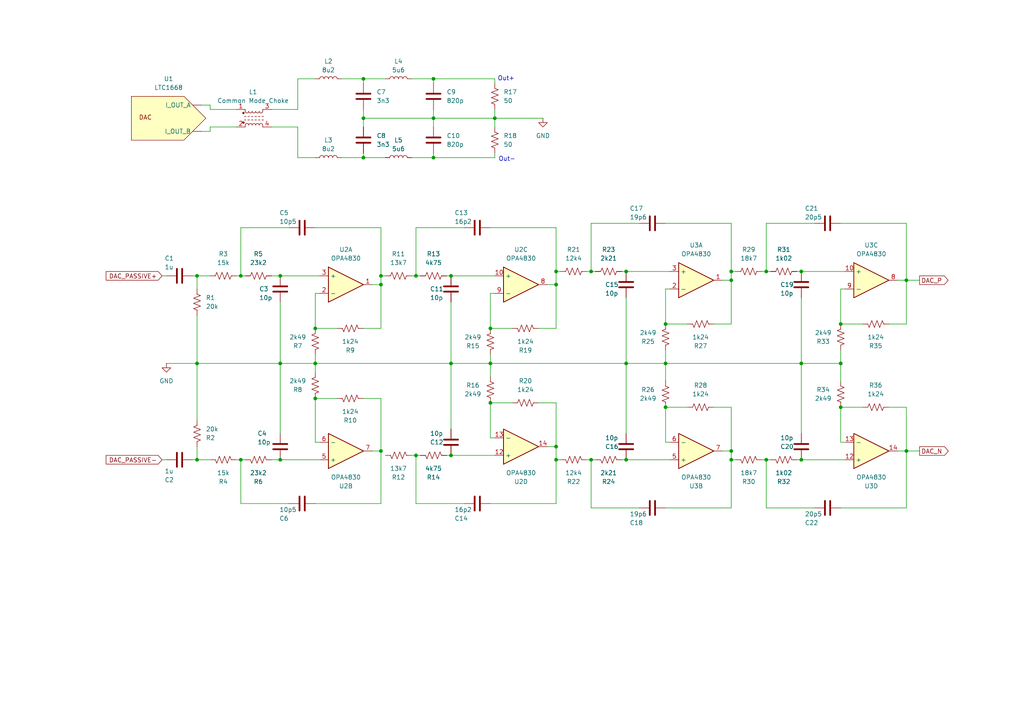
<source format=kicad_sch>
(kicad_sch (version 20231120) (generator "eeschema") (generator_version "8.0")
  (paper "A4")
  (lib_symbols
    (symbol "Device:C" (pin_numbers hide) (pin_names (offset 0.254))
      (property "Reference" "C" (at 0.635 2.54 0))
      (property "Value" "C" (at 0.635 -2.54 0))
      (symbol "C_0_1"
        (polyline (pts (xy -2.032 -0.762) (xy 2.032 -0.762)) (stroke (width 0.508)))
        (polyline (pts (xy -2.032 0.762) (xy 2.032 0.762)) (stroke (width 0.508)))
      )
      (symbol "C_1_1"
        (pin passive line (at 0 3.81 270) (length 2.794) (name "~") (number "1"))
        (pin passive line (at 0 -3.81 90) (length 2.794) (name "~") (number "2"))
      )
    )
    (symbol "Device:L" (pin_numbers hide) (pin_names (offset 1.016) hide)
      (property "Reference" "L" (at -1.27 0 90))
      (property "Value" "L" (at 1.905 0 90))
      (symbol "L_0_1"
        (arc (start 0 -2.54) (mid 0.6323 -1.905) (end 0 -1.27))
        (arc (start 0 -1.27) (mid 0.6323 -0.635) (end 0 0))
        (arc (start 0 0) (mid 0.6323 0.635) (end 0 1.27))
        (arc (start 0 1.27) (mid 0.6323 1.905) (end 0 2.54))
      )
      (symbol "L_1_1"
        (pin passive line (at 0 3.81 270) (length 1.27) (name "1") (number "1"))
        (pin passive line (at 0 -3.81 90) (length 1.27) (name "2") (number "2"))
      )
    )
    (symbol "Device:L_Ferrite_Coupled_1324" (pin_names (offset 0.254) hide)
      (property "Reference" "L" (at 0 4.445 0))
      (property "Value" "L_Ferrite_Coupled_1324" (at 0 -4.445 0))
      (symbol "L_Ferrite_Coupled_1324_0_1"
        (circle (center -3.048 -1.27) (radius 0.254) (fill (type outline)))
        (circle (center -3.048 1.524) (radius 0.254) (fill (type outline)))
        (arc (start -2.54 2.032) (mid -2.032 1.5262) (end -1.524 2.032))
        (arc (start -1.524 -2.032) (mid -2.032 -1.5262) (end -2.54 -2.032))
        (arc (start -1.524 2.032) (mid -1.016 1.5262) (end -0.508 2.032))
        (arc (start -0.508 -2.032) (mid -1.016 -1.5262) (end -1.524 -2.032))
        (arc (start -0.508 2.032) (mid 0 1.5262) (end 0.508 2.032))
        (polyline (pts (xy -2.794 -0.508) (xy -2.286 -0.508)))
        (polyline (pts (xy -2.794 0.508) (xy -2.286 0.508)))
        (polyline (pts (xy -2.54 -2.032) (xy -2.54 -2.54)))
        (polyline (pts (xy -2.54 2.032) (xy -2.54 2.54)))
        (polyline (pts (xy -1.778 -0.508) (xy -1.27 -0.508)))
        (polyline (pts (xy -1.778 0.508) (xy -1.27 0.508)))
        (polyline (pts (xy -0.762 -0.508) (xy -0.254 -0.508)))
        (polyline (pts (xy -0.762 0.508) (xy -0.254 0.508)))
        (polyline (pts (xy 0.254 -0.508) (xy 0.762 -0.508)))
        (polyline (pts (xy 0.254 0.508) (xy 0.762 0.508)))
        (polyline (pts (xy 1.27 -0.508) (xy 1.778 -0.508)))
        (polyline (pts (xy 1.27 0.508) (xy 1.778 0.508)))
        (polyline (pts (xy 2.286 -0.508) (xy 2.794 -0.508)))
        (polyline (pts (xy 2.286 0.508) (xy 2.794 0.508)))
        (polyline (pts (xy 2.54 -2.032) (xy 2.54 -2.54)))
        (polyline (pts (xy 2.54 2.54) (xy 2.54 2.032)))
        (arc (start 0.508 -2.032) (mid 0 -1.5262) (end -0.508 -2.032))
        (arc (start 0.508 2.032) (mid 1.016 1.5262) (end 1.524 2.032))
        (arc (start 1.524 -2.032) (mid 1.016 -1.5262) (end 0.508 -2.032))
        (arc (start 1.524 2.032) (mid 2.032 1.5262) (end 2.54 2.032))
        (arc (start 2.54 -2.032) (mid 2.032 -1.5262) (end 1.524 -2.032))
      )
      (symbol "L_Ferrite_Coupled_1324_1_1"
        (pin passive line (at -5.08 2.54 0) (length 2.54) (name "1") (number "1"))
        (pin passive line (at -5.08 -2.54 0) (length 2.54) (name "2") (number "2"))
        (pin passive line (at 5.08 2.54 180) (length 2.54) (name "3") (number "3"))
        (pin passive line (at 5.08 -2.54 180) (length 2.54) (name "4") (number "4"))
      )
    )
    (symbol "Device:Opamp_Quad"
      (property "Reference" "U" (at 0 5.08 0))
      (property "Value" "Opamp_Quad" (at 0 -5.08 0))
      (symbol "Opamp_Quad_1_1"
        (polyline (pts (xy -5.08 5.08) (xy 5.08 0) (xy -5.08 -5.08) (xy -5.08 5.08)) (stroke (width 0.254)) (fill (type background)))
        (pin output line (at 7.62 0 180) (length 2.54) (name "~") (number "1"))
        (pin input line (at -7.62 -2.54 0) (length 2.54) (name "-") (number "2"))
        (pin input line (at -7.62 2.54 0) (length 2.54) (name "+") (number "3"))
      )
      (symbol "Opamp_Quad_2_1"
        (polyline (pts (xy -5.08 5.08) (xy 5.08 0) (xy -5.08 -5.08) (xy -5.08 5.08)) (stroke (width 0.254)) (fill (type background)))
        (pin input line (at -7.62 2.54 0) (length 2.54) (name "+") (number "5"))
        (pin input line (at -7.62 -2.54 0) (length 2.54) (name "-") (number "6"))
        (pin output line (at 7.62 0 180) (length 2.54) (name "~") (number "7"))
      )
      (symbol "Opamp_Quad_3_1"
        (polyline (pts (xy -5.08 5.08) (xy 5.08 0) (xy -5.08 -5.08) (xy -5.08 5.08)) (stroke (width 0.254)) (fill (type background)))
        (pin input line (at -7.62 2.54 0) (length 2.54) (name "+") (number "10"))
        (pin output line (at 7.62 0 180) (length 2.54) (name "~") (number "8"))
        (pin input line (at -7.62 -2.54 0) (length 2.54) (name "-") (number "9"))
      )
      (symbol "Opamp_Quad_4_1"
        (polyline (pts (xy -5.08 5.08) (xy 5.08 0) (xy -5.08 -5.08) (xy -5.08 5.08)) (stroke (width 0.254)) (fill (type background)))
        (pin input line (at -7.62 2.54 0) (length 2.54) (name "+") (number "12"))
        (pin input line (at -7.62 -2.54 0) (length 2.54) (name "-") (number "13"))
        (pin output line (at 7.62 0 180) (length 2.54) (name "~") (number "14"))
      )
      (symbol "Opamp_Quad_5_1"
        (pin power_in line (at -2.54 -7.62 90) (length 3.81) (name "V-") (number "11"))
        (pin power_in line (at -2.54 7.62 270) (length 3.81) (name "V+") (number "4"))
      )
    )
    (symbol "Device:R_US" (pin_numbers hide) (pin_names (offset 0))
      (property "Reference" "R" (at 2.54 0 90))
      (property "Value" "R_US" (at -2.54 0 90))
      (symbol "R_US_0_1"
        (polyline (pts (xy 0 -2.286) (xy 0 -2.54)))
        (polyline (pts (xy 0 2.286) (xy 0 2.54)))
        (polyline (pts (xy 0 -0.762) (xy 1.016 -1.143) (xy 0 -1.524) (xy -1.016 -1.905) (xy 0 -2.286)))
        (polyline (pts (xy 0 0.762) (xy 1.016 0.381) (xy 0 0) (xy -1.016 -0.381) (xy 0 -0.762)))
        (polyline (pts (xy 0 2.286) (xy 1.016 1.905) (xy 0 1.524) (xy -1.016 1.143) (xy 0 0.762)))
      )
      (symbol "R_US_1_1"
        (pin passive line (at 0 3.81 270) (length 1.27) (name "~") (number "1"))
        (pin passive line (at 0 -3.81 90) (length 1.27) (name "~") (number "2"))
      )
    )
    (symbol "JFT_DAC:LTC1668"
      (property "Reference" "U" (at 0 0 0))
      (property "Value" "LTC1668" (at 0 0 0))
      (symbol "LTC1668_1_1"
        (polyline (pts (xy 11.43 -6.35) (xy 13.97 -8.89) (xy 11.43 -11.43) (xy 7.62 -15.24) (xy -7.62 -15.24) (xy -7.62 -3.81) (xy -7.62 -2.54) (xy 7.62 -2.54) (xy 11.43 -6.35)) (fill (type background)))
        (text "DAC" (at -3.556 -8.636 0) (effects (font (size 1.27 1.27))))
        (pin output line (at 12.7 -5.08 180) (length 2.54) (name "I_OUT_A") (number ""))
        (pin output line (at 12.7 -12.7 180) (length 2.54) (name "I_OUT_B") (number ""))
      )
    )
    (symbol "power:GND" (power) (pin_numbers hide) (pin_names (offset 0) hide)
      (property "Value" "GND" (at 0 -3.81 0))
      (symbol "GND_0_1"
        (polyline (pts (xy 0 0) (xy 0 -1.27) (xy 1.27 -1.27) (xy 0 -2.54) (xy -1.27 -1.27) (xy 0 -1.27)))
      )
      (symbol "GND_1_1"
        (pin power_in line (at 0 0 270) (length 0) (name "~") (number "1"))
      )
    )
  )
  (junction (at 110.49 80.01))
  (junction (at 69.85 80.01))
  (junction (at 222.25 133.35))
  (junction (at 161.29 129.54))
  (junction (at 161.29 78.74))
  (junction (at 105.41 22.86))
  (junction (at 161.29 133.35))
  (junction (at 243.84 118.11))
  (junction (at 181.61 105.41))
  (junction (at 57.15 133.35))
  (junction (at 262.89 130.81))
  (junction (at 181.61 78.74))
  (junction (at 125.73 22.86))
  (junction (at 57.15 80.01))
  (junction (at 91.44 115.57))
  (junction (at 232.41 133.35))
  (junction (at 69.85 133.35))
  (junction (at 243.84 93.98))
  (junction (at 181.61 133.35))
  (junction (at 142.24 105.41))
  (junction (at 212.09 133.35))
  (junction (at 110.49 130.81))
  (junction (at 81.28 133.35))
  (junction (at 222.25 78.74))
  (junction (at 142.24 116.84))
  (junction (at 193.04 118.11))
  (junction (at 262.89 81.28))
  (junction (at 212.09 81.28))
  (junction (at 125.73 45.72))
  (junction (at 142.24 95.25))
  (junction (at 130.81 132.08))
  (junction (at 81.28 80.01))
  (junction (at 130.81 80.01))
  (junction (at 212.09 78.74))
  (junction (at 120.65 80.01))
  (junction (at 193.04 105.41))
  (junction (at 243.84 105.41))
  (junction (at 212.09 130.81))
  (junction (at 110.49 82.55))
  (junction (at 105.41 45.72))
  (junction (at 161.29 82.55))
  (junction (at 125.73 34.29))
  (junction (at 143.51 34.29))
  (junction (at 105.41 34.29))
  (junction (at 193.04 93.98))
  (junction (at 171.45 78.74))
  (junction (at 57.15 105.41))
  (junction (at 91.44 95.25))
  (junction (at 130.81 105.41))
  (junction (at 81.28 105.41))
  (junction (at 120.65 132.08))
  (junction (at 171.45 133.35))
  (junction (at 232.41 78.74))
  (junction (at 232.41 105.41))
  (junction (at 91.44 105.41))
  (wire (pts (xy 91.44 102.87) (xy 91.44 105.41)))
  (wire (pts (xy 171.45 78.74) (xy 172.72 78.74)))
  (wire (pts (xy 130.81 105.41) (xy 130.81 124.46)))
  (wire (pts (xy 125.73 31.75) (xy 125.73 34.29)))
  (wire (pts (xy 119.38 80.01) (xy 120.65 80.01)))
  (wire (pts (xy 129.54 132.08) (xy 130.81 132.08)))
  (wire (pts (xy 143.51 31.75) (xy 143.51 34.29)))
  (wire (pts (xy 142.24 146.05) (xy 161.29 146.05)))
  (wire (pts (xy 161.29 129.54) (xy 158.75 129.54)))
  (wire (pts (xy 125.73 22.86) (xy 125.73 24.13)))
  (wire (pts (xy 142.24 127) (xy 142.24 116.84)))
  (wire (pts (xy 125.73 34.29) (xy 125.73 36.83)))
  (wire (pts (xy 193.04 105.41) (xy 232.41 105.41)))
  (wire (pts (xy 91.44 115.57) (xy 91.44 128.27)))
  (wire (pts (xy 212.09 93.98) (xy 212.09 81.28)))
  (wire (pts (xy 194.31 83.82) (xy 193.04 83.82)))
  (wire (pts (xy 161.29 95.25) (xy 161.29 82.55)))
  (wire (pts (xy 68.58 80.01) (xy 69.85 80.01)))
  (wire (pts (xy 91.44 85.09) (xy 91.44 95.25)))
  (wire (pts (xy 110.49 95.25) (xy 110.49 82.55)))
  (wire (pts (xy 81.28 105.41) (xy 81.28 125.73)))
  (wire (pts (xy 57.15 91.44) (xy 57.15 105.41)))
  (wire (pts (xy 99.06 45.72) (xy 105.41 45.72)))
  (wire (pts (xy 143.51 22.86) (xy 143.51 24.13)))
  (wire (pts (xy 170.18 78.74) (xy 171.45 78.74)))
  (wire (pts (xy 161.29 146.05) (xy 161.29 133.35)))
  (wire (pts (xy 236.22 64.77) (xy 222.25 64.77)))
  (wire (pts (xy 91.44 95.25) (xy 97.79 95.25)))
  (wire (pts (xy 243.84 105.41) (xy 243.84 110.49)))
  (wire (pts (xy 232.41 105.41) (xy 243.84 105.41)))
  (wire (pts (xy 134.62 146.05) (xy 120.65 146.05)))
  (wire (pts (xy 130.81 105.41) (xy 142.24 105.41)))
  (wire (pts (xy 130.81 80.01) (xy 143.51 80.01)))
  (wire (pts (xy 262.89 81.28) (xy 266.7 81.28)))
  (wire (pts (xy 86.36 22.86) (xy 91.44 22.86)))
  (wire (pts (xy 81.28 133.35) (xy 92.71 133.35)))
  (wire (pts (xy 207.01 93.98) (xy 212.09 93.98)))
  (wire (pts (xy 257.81 118.11) (xy 262.89 118.11)))
  (wire (pts (xy 92.71 85.09) (xy 91.44 85.09)))
  (wire (pts (xy 105.41 34.29) (xy 125.73 34.29)))
  (wire (pts (xy 257.81 93.98) (xy 262.89 93.98)))
  (wire (pts (xy 156.21 95.25) (xy 161.29 95.25)))
  (wire (pts (xy 193.04 101.6) (xy 193.04 105.41)))
  (wire (pts (xy 243.84 101.6) (xy 243.84 105.41)))
  (wire (pts (xy 120.65 66.04) (xy 120.65 80.01)))
  (wire (pts (xy 69.85 80.01) (xy 71.12 80.01)))
  (wire (pts (xy 91.44 66.04) (xy 110.49 66.04)))
  (wire (pts (xy 91.44 146.05) (xy 110.49 146.05)))
  (wire (pts (xy 57.15 129.54) (xy 57.15 133.35)))
  (wire (pts (xy 110.49 146.05) (xy 110.49 130.81)))
  (wire (pts (xy 222.25 147.32) (xy 222.25 133.35)))
  (wire (pts (xy 91.44 105.41) (xy 91.44 107.95)))
  (wire (pts (xy 245.11 83.82) (xy 243.84 83.82)))
  (wire (pts (xy 58.42 38.1) (xy 60.96 38.1)))
  (wire (pts (xy 60.96 36.83) (xy 60.96 38.1)))
  (wire (pts (xy 243.84 147.32) (xy 262.89 147.32)))
  (wire (pts (xy 243.84 93.98) (xy 250.19 93.98)))
  (wire (pts (xy 193.04 147.32) (xy 212.09 147.32)))
  (wire (pts (xy 262.89 64.77) (xy 262.89 81.28)))
  (wire (pts (xy 220.98 133.35) (xy 222.25 133.35)))
  (wire (pts (xy 78.74 31.75) (xy 86.36 31.75)))
  (wire (pts (xy 222.25 133.35) (xy 223.52 133.35)))
  (wire (pts (xy 207.01 118.11) (xy 212.09 118.11)))
  (wire (pts (xy 220.98 78.74) (xy 222.25 78.74)))
  (wire (pts (xy 142.24 95.25) (xy 148.59 95.25)))
  (wire (pts (xy 142.24 102.87) (xy 142.24 105.41)))
  (wire (pts (xy 69.85 66.04) (xy 69.85 80.01)))
  (wire (pts (xy 181.61 133.35) (xy 194.31 133.35)))
  (wire (pts (xy 232.41 86.36) (xy 232.41 105.41)))
  (wire (pts (xy 232.41 78.74) (xy 245.11 78.74)))
  (wire (pts (xy 161.29 66.04) (xy 161.29 78.74)))
  (wire (pts (xy 161.29 133.35) (xy 162.56 133.35)))
  (wire (pts (xy 105.41 34.29) (xy 105.41 36.83)))
  (wire (pts (xy 78.74 36.83) (xy 86.36 36.83)))
  (wire (pts (xy 125.73 22.86) (xy 143.51 22.86)))
  (wire (pts (xy 194.31 128.27) (xy 193.04 128.27)))
  (wire (pts (xy 92.71 128.27) (xy 91.44 128.27)))
  (wire (pts (xy 86.36 45.72) (xy 91.44 45.72)))
  (wire (pts (xy 170.18 133.35) (xy 171.45 133.35)))
  (wire (pts (xy 130.81 87.63) (xy 130.81 105.41)))
  (wire (pts (xy 262.89 118.11) (xy 262.89 130.81)))
  (wire (pts (xy 185.42 64.77) (xy 171.45 64.77)))
  (wire (pts (xy 107.95 130.81) (xy 110.49 130.81)))
  (wire (pts (xy 130.81 132.08) (xy 143.51 132.08)))
  (wire (pts (xy 91.44 115.57) (xy 97.79 115.57)))
  (wire (pts (xy 83.82 66.04) (xy 69.85 66.04)))
  (wire (pts (xy 125.73 44.45) (xy 125.73 45.72)))
  (wire (pts (xy 262.89 147.32) (xy 262.89 130.81)))
  (wire (pts (xy 181.61 78.74) (xy 194.31 78.74)))
  (wire (pts (xy 48.26 105.41) (xy 57.15 105.41)))
  (wire (pts (xy 212.09 78.74) (xy 212.09 81.28)))
  (wire (pts (xy 231.14 78.74) (xy 232.41 78.74)))
  (wire (pts (xy 78.74 133.35) (xy 81.28 133.35)))
  (wire (pts (xy 212.09 78.74) (xy 213.36 78.74)))
  (wire (pts (xy 181.61 86.36) (xy 181.61 105.41)))
  (wire (pts (xy 129.54 80.01) (xy 130.81 80.01)))
  (wire (pts (xy 143.51 44.45) (xy 143.51 45.72)))
  (wire (pts (xy 171.45 64.77) (xy 171.45 78.74)))
  (wire (pts (xy 91.44 105.41) (xy 81.28 105.41)))
  (wire (pts (xy 69.85 146.05) (xy 69.85 133.35)))
  (wire (pts (xy 232.41 133.35) (xy 245.11 133.35)))
  (wire (pts (xy 110.49 80.01) (xy 110.49 82.55)))
  (wire (pts (xy 83.82 146.05) (xy 69.85 146.05)))
  (wire (pts (xy 193.04 64.77) (xy 212.09 64.77)))
  (wire (pts (xy 212.09 147.32) (xy 212.09 133.35)))
  (wire (pts (xy 125.73 34.29) (xy 143.51 34.29)))
  (wire (pts (xy 105.41 22.86) (xy 105.41 24.13)))
  (wire (pts (xy 142.24 66.04) (xy 161.29 66.04)))
  (wire (pts (xy 212.09 133.35) (xy 213.36 133.35)))
  (wire (pts (xy 212.09 118.11) (xy 212.09 130.81)))
  (wire (pts (xy 161.29 133.35) (xy 161.29 129.54)))
  (wire (pts (xy 57.15 133.35) (xy 60.96 133.35)))
  (wire (pts (xy 110.49 80.01) (xy 111.76 80.01)))
  (wire (pts (xy 212.09 133.35) (xy 212.09 130.81)))
  (wire (pts (xy 110.49 66.04) (xy 110.49 80.01)))
  (wire (pts (xy 110.49 115.57) (xy 105.41 115.57)))
  (wire (pts (xy 180.34 78.74) (xy 181.61 78.74)))
  (wire (pts (xy 142.24 116.84) (xy 148.59 116.84)))
  (wire (pts (xy 193.04 105.41) (xy 193.04 110.49)))
  (wire (pts (xy 142.24 105.41) (xy 142.24 109.22)))
  (wire (pts (xy 193.04 83.82) (xy 193.04 93.98)))
  (wire (pts (xy 143.51 85.09) (xy 142.24 85.09)))
  (wire (pts (xy 212.09 81.28) (xy 209.55 81.28)))
  (wire (pts (xy 57.15 105.41) (xy 81.28 105.41)))
  (wire (pts (xy 60.96 31.75) (xy 68.58 31.75)))
  (wire (pts (xy 243.84 83.82) (xy 243.84 93.98)))
  (wire (pts (xy 161.29 78.74) (xy 162.56 78.74)))
  (wire (pts (xy 69.85 133.35) (xy 71.12 133.35)))
  (wire (pts (xy 142.24 85.09) (xy 142.24 95.25)))
  (wire (pts (xy 46.99 133.35) (xy 48.26 133.35)))
  (wire (pts (xy 262.89 130.81) (xy 266.7 130.81)))
  (wire (pts (xy 171.45 133.35) (xy 172.72 133.35)))
  (wire (pts (xy 57.15 80.01) (xy 60.96 80.01)))
  (wire (pts (xy 180.34 133.35) (xy 181.61 133.35)))
  (wire (pts (xy 86.36 31.75) (xy 86.36 22.86)))
  (wire (pts (xy 81.28 80.01) (xy 92.71 80.01)))
  (wire (pts (xy 119.38 22.86) (xy 125.73 22.86)))
  (wire (pts (xy 262.89 81.28) (xy 260.35 81.28)))
  (wire (pts (xy 120.65 80.01) (xy 121.92 80.01)))
  (wire (pts (xy 161.29 78.74) (xy 161.29 82.55)))
  (wire (pts (xy 119.38 45.72) (xy 125.73 45.72)))
  (wire (pts (xy 105.41 22.86) (xy 111.76 22.86)))
  (wire (pts (xy 193.04 118.11) (xy 199.39 118.11)))
  (wire (pts (xy 222.25 64.77) (xy 222.25 78.74)))
  (wire (pts (xy 68.58 133.35) (xy 69.85 133.35)))
  (wire (pts (xy 232.41 105.41) (xy 232.41 125.73)))
  (wire (pts (xy 193.04 93.98) (xy 199.39 93.98)))
  (wire (pts (xy 46.99 80.01) (xy 48.26 80.01)))
  (wire (pts (xy 125.73 45.72) (xy 143.51 45.72)))
  (wire (pts (xy 193.04 128.27) (xy 193.04 118.11)))
  (wire (pts (xy 110.49 82.55) (xy 107.95 82.55)))
  (wire (pts (xy 236.22 147.32) (xy 222.25 147.32)))
  (wire (pts (xy 119.38 132.08) (xy 120.65 132.08)))
  (wire (pts (xy 99.06 22.86) (xy 105.41 22.86)))
  (wire (pts (xy 60.96 30.48) (xy 60.96 31.75)))
  (wire (pts (xy 143.51 34.29) (xy 143.51 36.83)))
  (wire (pts (xy 245.11 128.27) (xy 243.84 128.27)))
  (wire (pts (xy 142.24 105.41) (xy 181.61 105.41)))
  (wire (pts (xy 60.96 36.83) (xy 68.58 36.83)))
  (wire (pts (xy 262.89 93.98) (xy 262.89 81.28)))
  (wire (pts (xy 181.61 105.41) (xy 193.04 105.41)))
  (wire (pts (xy 231.14 133.35) (xy 232.41 133.35)))
  (wire (pts (xy 243.84 118.11) (xy 250.19 118.11)))
  (wire (pts (xy 143.51 127) (xy 142.24 127)))
  (wire (pts (xy 58.42 30.48) (xy 60.96 30.48)))
  (wire (pts (xy 171.45 147.32) (xy 171.45 133.35)))
  (wire (pts (xy 156.21 116.84) (xy 161.29 116.84)))
  (wire (pts (xy 134.62 66.04) (xy 120.65 66.04)))
  (wire (pts (xy 105.41 44.45) (xy 105.41 45.72)))
  (wire (pts (xy 262.89 130.81) (xy 260.35 130.81)))
  (wire (pts (xy 105.41 95.25) (xy 110.49 95.25)))
  (wire (pts (xy 110.49 130.81) (xy 110.49 115.57)))
  (wire (pts (xy 91.44 105.41) (xy 130.81 105.41)))
  (wire (pts (xy 120.65 146.05) (xy 120.65 132.08)))
  (wire (pts (xy 243.84 64.77) (xy 262.89 64.77)))
  (wire (pts (xy 143.51 34.29) (xy 157.48 34.29)))
  (wire (pts (xy 120.65 132.08) (xy 121.92 132.08)))
  (wire (pts (xy 81.28 87.63) (xy 81.28 105.41)))
  (wire (pts (xy 86.36 36.83) (xy 86.36 45.72)))
  (wire (pts (xy 185.42 147.32) (xy 171.45 147.32)))
  (wire (pts (xy 161.29 82.55) (xy 158.75 82.55)))
  (wire (pts (xy 222.25 78.74) (xy 223.52 78.74)))
  (wire (pts (xy 57.15 83.82) (xy 57.15 80.01)))
  (wire (pts (xy 212.09 64.77) (xy 212.09 78.74)))
  (wire (pts (xy 181.61 105.41) (xy 181.61 125.73)))
  (wire (pts (xy 105.41 31.75) (xy 105.41 34.29)))
  (wire (pts (xy 212.09 130.81) (xy 209.55 130.81)))
  (wire (pts (xy 243.84 128.27) (xy 243.84 118.11)))
  (wire (pts (xy 55.88 133.35) (xy 57.15 133.35)))
  (wire (pts (xy 105.41 45.72) (xy 111.76 45.72)))
  (wire (pts (xy 161.29 116.84) (xy 161.29 129.54)))
  (wire (pts (xy 57.15 105.41) (xy 57.15 121.92)))
  (wire (pts (xy 78.74 80.01) (xy 81.28 80.01)))
  (wire (pts (xy 55.88 80.01) (xy 57.15 80.01)))
  (text "Out+" (at 146.812 22.86 0) (effects (font (size 1.27 1.27))))
  (text "Out-" (at 147.066 46.228 0) (effects (font (size 1.27 1.27))))
  (global_label "DAC_PASSIVE-" (shape input) (at 46.99 133.35 180) (property "Intersheetrefs" "${INTERSHEET_REFS}" (effects (hide yes))))
  (global_label "DAC_P" (shape output) (at 266.7 81.28 0) (property "Intersheetrefs" "${INTERSHEET_REFS}" (effects (hide yes))))
  (global_label "DAC_N" (shape output) (at 266.7 130.81 0) (property "Intersheetrefs" "${INTERSHEET_REFS}" (effects (hide yes))))
  (global_label "DAC_PASSIVE+" (shape input) (at 46.99 80.01 180) (property "Intersheetrefs" "${INTERSHEET_REFS}" (effects (hide yes))))
  (symbol (lib_id "Device:C") (at 138.43 66.04 90) (unit 1)
    (property "Reference" "C13" (at 131.826 61.722 90) (effects (justify right)))
    (property "Value" "16p2" (at 131.826 64.262 90) (effects (justify right)))
    (property "Description" "Unpolarized capacitor" (effects (hide yes)))
  )
  (symbol (lib_id "Device:C") (at 81.28 83.82 180) (unit 1)
    (property "Reference" "C3" (at 75.184 83.82 0) (effects (justify right)))
    (property "Value" "10p" (at 75.184 86.36 0) (effects (justify right)))
    (property "Description" "Unpolarized capacitor" (effects (hide yes)))
  )
  (symbol (lib_id "Device:Opamp_Quad") (at 151.13 129.54 0) (mirror x) (unit 4)
    (property "Reference" "U2" (at 151.13 139.7 0))
    (property "Value" "OPA4830" (at 151.13 137.16 0))
    (property "Description" "Quad operational amplifier" (effects (hide yes)))
    (property "Sim.Library" "${KICAD7_SYMBOL_DIR}/Simulation_SPICE.sp" (effects (hide yes)))
    (property "Sim.Name" "kicad_builtin_opamp_quad" (effects (hide yes)))
    (property "Sim.Device" "SUBCKT" (effects (hide yes)))
    (property "Sim.Pins" "1=out1 2=in1- 3=in1+ 4=vcc 5=in2+ 6=in2- 7=out2 8=out3 9=in3- 10=in3+ 11=vee 12=in4+ 13=in4- 14=out4" (effects (hide yes)))
  )
  (symbol (lib_id "Device:R_US") (at 243.84 114.3 0) (unit 1)
    (property "Reference" "R34" (at 238.76 113.03 0))
    (property "Value" "2k49" (at 238.76 115.57 0))
    (property "Description" "Resistor, US symbol" (effects (hide yes)))
  )
  (symbol (lib_id "Device:C") (at 52.07 80.01 90) (unit 1)
    (property "Reference" "C1" (at 47.752 74.93 90) (effects (justify right)))
    (property "Value" "1u" (at 47.752 77.47 90) (effects (justify right)))
    (property "Description" "Unpolarized capacitor" (effects (hide yes)))
  )
  (symbol (lib_id "Device:C") (at 105.41 40.64 0) (unit 1)
    (property "Reference" "C8" (at 109.22 39.3699 0) (effects (justify left)))
    (property "Value" "3n3" (at 109.22 41.9099 0) (effects (justify left)))
    (property "Description" "Unpolarized capacitor" (effects (hide yes)))
  )
  (symbol (lib_id "Device:L") (at 95.25 22.86 90) (unit 1)
    (property "Reference" "L2" (at 95.25 17.78 90))
    (property "Value" "8u2" (at 95.25 20.32 90))
    (property "Description" "Inductor" (effects (hide yes)))
  )
  (symbol (lib_id "Device:R_US") (at 143.51 40.64 0) (unit 1)
    (property "Reference" "R18" (at 146.05 39.3699 0) (effects (justify left)))
    (property "Value" "50" (at 146.05 41.9099 0) (effects (justify left)))
    (property "Description" "Resistor, US symbol" (effects (hide yes)))
  )
  (symbol (lib_id "Device:Opamp_Quad") (at 201.93 130.81 0) (mirror x) (unit 2)
    (property "Reference" "U3" (at 201.93 140.97 0))
    (property "Value" "OPA4830" (at 201.93 138.43 0))
    (property "Description" "Quad operational amplifier" (effects (hide yes)))
    (property "Sim.Library" "${KICAD7_SYMBOL_DIR}/Simulation_SPICE.sp" (effects (hide yes)))
    (property "Sim.Name" "kicad_builtin_opamp_quad" (effects (hide yes)))
    (property "Sim.Device" "SUBCKT" (effects (hide yes)))
    (property "Sim.Pins" "1=out1 2=in1- 3=in1+ 4=vcc 5=in2+ 6=in2- 7=out2 8=out3 9=in3- 10=in3+ 11=vee 12=in4+ 13=in4- 14=out4" (effects (hide yes)))
  )
  (symbol (lib_id "Device:Opamp_Quad") (at 252.73 81.28 0) (unit 3)
    (property "Reference" "U3" (at 252.73 71.12 0))
    (property "Value" "OPA4830" (at 252.73 73.66 0))
    (property "Description" "Quad operational amplifier" (effects (hide yes)))
    (property "Sim.Library" "${KICAD7_SYMBOL_DIR}/Simulation_SPICE.sp" (effects (hide yes)))
    (property "Sim.Name" "kicad_builtin_opamp_quad" (effects (hide yes)))
    (property "Sim.Device" "SUBCKT" (effects (hide yes)))
    (property "Sim.Pins" "1=out1 2=in1- 3=in1+ 4=vcc 5=in2+ 6=in2- 7=out2 8=out3 9=in3- 10=in3+ 11=vee 12=in4+ 13=in4- 14=out4" (effects (hide yes)))
  )
  (symbol (lib_id "Device:C") (at 232.41 82.55 180) (unit 1)
    (property "Reference" "C19" (at 226.314 82.55 0) (effects (justify right)))
    (property "Value" "10p" (at 226.314 85.09 0) (effects (justify right)))
    (property "Description" "Unpolarized capacitor" (effects (hide yes)))
  )
  (symbol (lib_id "JFT_DAC:LTC1668") (at 45.72 25.4 0) (unit 1)
    (property "Reference" "U1" (at 48.895 22.86 0))
    (property "Value" "LTC1668" (at 48.895 25.4 0))
  )
  (symbol (lib_id "Device:C") (at 105.41 27.94 0) (unit 1)
    (property "Reference" "C7" (at 109.22 26.6699 0) (effects (justify left)))
    (property "Value" "3n3" (at 109.22 29.2099 0) (effects (justify left)))
    (property "Description" "Unpolarized capacitor" (effects (hide yes)))
  )
  (symbol (lib_id "Device:R_US") (at 142.24 99.06 0) (mirror x) (unit 1)
    (property "Reference" "R15" (at 137.16 100.33 0))
    (property "Value" "2k49" (at 137.16 97.79 0))
    (property "Description" "Resistor, US symbol" (effects (hide yes)))
  )
  (symbol (lib_id "Device:R_US") (at 57.15 87.63 180) (unit 1)
    (property "Reference" "R1" (at 59.69 86.3599 0) (effects (justify right)))
    (property "Value" "20k" (at 59.69 88.8999 0) (effects (justify right)))
    (property "Description" "Resistor, US symbol" (effects (hide yes)))
  )
  (symbol (lib_id "Device:L") (at 115.57 45.72 90) (unit 1)
    (property "Reference" "L5" (at 115.57 40.64 90))
    (property "Value" "5u6" (at 115.57 43.18 90))
    (property "Description" "Inductor" (effects (hide yes)))
  )
  (symbol (lib_id "Device:R_US") (at 91.44 111.76 0) (mirror x) (unit 1)
    (property "Reference" "R8" (at 86.36 113.03 0))
    (property "Value" "2k49" (at 86.36 110.49 0))
    (property "Description" "Resistor, US symbol" (effects (hide yes)))
  )
  (symbol (lib_id "Device:R_US") (at 254 118.11 270) (unit 1)
    (property "Reference" "R36" (at 254 111.76 90))
    (property "Value" "1k24" (at 254 114.3 90))
    (property "Description" "Resistor, US symbol" (effects (hide yes)))
  )
  (symbol (lib_id "Device:R_US") (at 57.15 125.73 0) (mirror y) (unit 1)
    (property "Reference" "R2" (at 59.69 127.0001 0) (effects (justify right)))
    (property "Value" "20k" (at 59.69 124.4601 0) (effects (justify right)))
    (property "Description" "Resistor, US symbol" (effects (hide yes)))
  )
  (symbol (lib_id "Device:C") (at 125.73 40.64 0) (unit 1)
    (property "Reference" "C10" (at 129.54 39.3699 0) (effects (justify left)))
    (property "Value" "820p" (at 129.54 41.9099 0) (effects (justify left)))
    (property "Description" "Unpolarized capacitor" (effects (hide yes)))
  )
  (symbol (lib_id "Device:R_US") (at 254 93.98 270) (mirror x) (unit 1)
    (property "Reference" "R35" (at 254 100.33 90))
    (property "Value" "1k24" (at 254 97.79 90))
    (property "Description" "Resistor, US symbol" (effects (hide yes)))
  )
  (symbol (lib_id "Device:R_US") (at 125.73 80.01 90) (unit 1)
    (property "Reference" "R13" (at 125.73 73.66 90))
    (property "Value" "4k75" (at 125.73 76.2 90))
    (property "Description" "Resistor, US symbol" (effects (hide yes)))
  )
  (symbol (lib_id "Device:C") (at 87.63 146.05 90) (mirror x) (unit 1)
    (property "Reference" "C6" (at 81.026 150.368 90) (effects (justify right)))
    (property "Value" "10p5" (at 81.026 147.828 90) (effects (justify right)))
    (property "Description" "Unpolarized capacitor" (effects (hide yes)))
  )
  (symbol (lib_id "Device:R_US") (at 217.17 78.74 90) (unit 1)
    (property "Reference" "R29" (at 217.17 72.39 90))
    (property "Value" "18k7" (at 217.17 74.93 90))
    (property "Description" "Resistor, US symbol" (effects (hide yes)))
  )
  (symbol (lib_id "Device:C") (at 189.23 147.32 90) (mirror x) (unit 1)
    (property "Reference" "C18" (at 182.626 151.638 90) (effects (justify right)))
    (property "Value" "19p6" (at 182.626 149.098 90) (effects (justify right)))
    (property "Description" "Unpolarized capacitor" (effects (hide yes)))
  )
  (symbol (lib_id "Device:R_US") (at 152.4 95.25 270) (mirror x) (unit 1)
    (property "Reference" "R19" (at 152.4 101.6 90))
    (property "Value" "1k24" (at 152.4 99.06 90))
    (property "Description" "Resistor, US symbol" (effects (hide yes)))
  )
  (symbol (lib_id "Device:R_US") (at 217.17 133.35 90) (mirror x) (unit 1)
    (property "Reference" "R30" (at 217.17 139.7 90))
    (property "Value" "18k7" (at 217.17 137.16 90))
    (property "Description" "Resistor, US symbol" (effects (hide yes)))
  )
  (symbol (lib_id "Device:R_US") (at 143.51 27.94 0) (unit 1)
    (property "Reference" "R17" (at 146.05 26.6699 0) (effects (justify left)))
    (property "Value" "50" (at 146.05 29.2099 0) (effects (justify left)))
    (property "Description" "Resistor, US symbol" (effects (hide yes)))
  )
  (symbol (lib_id "Device:R_US") (at 243.84 97.79 0) (mirror x) (unit 1)
    (property "Reference" "R33" (at 238.76 99.06 0))
    (property "Value" "2k49" (at 238.76 96.52 0))
    (property "Description" "Resistor, US symbol" (effects (hide yes)))
  )
  (symbol (lib_id "Device:C") (at 130.81 128.27 0) (mirror y) (unit 1)
    (property "Reference" "C12" (at 124.714 128.27 0) (effects (justify right)))
    (property "Value" "10p" (at 124.714 125.73 0) (effects (justify right)))
    (property "Description" "Unpolarized capacitor" (effects (hide yes)))
  )
  (symbol (lib_id "Device:R_US") (at 176.53 133.35 90) (mirror x) (unit 1)
    (property "Reference" "R24" (at 176.53 139.7 90))
    (property "Value" "2k21" (at 176.53 137.16 90))
    (property "Description" "Resistor, US symbol" (effects (hide yes)))
  )
  (symbol (lib_id "Device:R_US") (at 64.77 133.35 90) (mirror x) (unit 1)
    (property "Reference" "R4" (at 64.77 139.7 90))
    (property "Value" "15k" (at 64.77 137.16 90))
    (property "Description" "Resistor, US symbol" (effects (hide yes)))
  )
  (symbol (lib_id "Device:C") (at 138.43 146.05 90) (mirror x) (unit 1)
    (property "Reference" "C14" (at 131.826 150.368 90) (effects (justify right)))
    (property "Value" "16p2" (at 131.826 147.828 90) (effects (justify right)))
    (property "Description" "Unpolarized capacitor" (effects (hide yes)))
  )
  (symbol (lib_id "Device:R_US") (at 115.57 80.01 90) (unit 1)
    (property "Reference" "R11" (at 115.57 73.66 90))
    (property "Value" "13k7" (at 115.57 76.2 90))
    (property "Description" "Resistor, US symbol" (effects (hide yes)))
  )
  (symbol (lib_id "Device:R_US") (at 101.6 115.57 270) (mirror x) (unit 1)
    (property "Reference" "R10" (at 101.6 121.92 90))
    (property "Value" "1k24" (at 101.6 119.38 90))
    (property "Description" "Resistor, US symbol" (effects (hide yes)))
  )
  (symbol (lib_id "Device:R_US") (at 125.73 132.08 90) (mirror x) (unit 1)
    (property "Reference" "R14" (at 125.73 138.43 90))
    (property "Value" "4k75" (at 125.73 135.89 90))
    (property "Description" "Resistor, US symbol" (effects (hide yes)))
  )
  (symbol (lib_id "Device:R_US") (at 101.6 95.25 270) (mirror x) (unit 1)
    (property "Reference" "R9" (at 101.6 101.6 90))
    (property "Value" "1k24" (at 101.6 99.06 90))
    (property "Description" "Resistor, US symbol" (effects (hide yes)))
  )
  (symbol (lib_id "Device:C") (at 125.73 27.94 0) (unit 1)
    (property "Reference" "C9" (at 129.54 26.6699 0) (effects (justify left)))
    (property "Value" "820p" (at 129.54 29.2099 0) (effects (justify left)))
    (property "Description" "Unpolarized capacitor" (effects (hide yes)))
  )
  (symbol (lib_id "Device:C") (at 181.61 129.54 0) (mirror y) (unit 1)
    (property "Reference" "C16" (at 175.514 129.54 0) (effects (justify right)))
    (property "Value" "10p" (at 175.514 127 0) (effects (justify right)))
    (property "Description" "Unpolarized capacitor" (effects (hide yes)))
  )
  (symbol (lib_id "Device:R_US") (at 74.93 80.01 90) (unit 1)
    (property "Reference" "R5" (at 74.93 73.66 90))
    (property "Value" "23k2" (at 74.93 76.2 90))
    (property "Description" "Resistor, US symbol" (effects (hide yes)))
  )
  (symbol (lib_id "Device:C") (at 232.41 129.54 0) (mirror y) (unit 1)
    (property "Reference" "C20" (at 226.314 129.54 0) (effects (justify right)))
    (property "Value" "10p" (at 226.314 127 0) (effects (justify right)))
    (property "Description" "Unpolarized capacitor" (effects (hide yes)))
  )
  (symbol (lib_id "Device:R_US") (at 64.77 80.01 90) (unit 1)
    (property "Reference" "R3" (at 64.77 73.66 90))
    (property "Value" "15k" (at 64.77 76.2 90))
    (property "Description" "Resistor, US symbol" (effects (hide yes)))
  )
  (symbol (lib_id "Device:C") (at 240.03 64.77 90) (unit 1)
    (property "Reference" "C21" (at 233.426 60.452 90) (effects (justify right)))
    (property "Value" "20p5" (at 233.426 62.992 90) (effects (justify right)))
    (property "Description" "Unpolarized capacitor" (effects (hide yes)))
  )
  (symbol (lib_id "Device:R_US") (at 115.57 132.08 90) (mirror x) (unit 1)
    (property "Reference" "R12" (at 115.57 138.43 90))
    (property "Value" "13k7" (at 115.57 135.89 90))
    (property "Description" "Resistor, US symbol" (effects (hide yes)))
  )
  (symbol (lib_id "Device:R_US") (at 227.33 133.35 90) (mirror x) (unit 1)
    (property "Reference" "R32" (at 227.33 139.7 90))
    (property "Value" "1k02" (at 227.33 137.16 90))
    (property "Description" "Resistor, US symbol" (effects (hide yes)))
  )
  (symbol (lib_id "Device:Opamp_Quad") (at 151.13 82.55 0) (unit 3)
    (property "Reference" "U2" (at 151.13 72.39 0))
    (property "Value" "OPA4830" (at 151.13 74.93 0))
    (property "Description" "Quad operational amplifier" (effects (hide yes)))
    (property "Sim.Library" "${KICAD7_SYMBOL_DIR}/Simulation_SPICE.sp" (effects (hide yes)))
    (property "Sim.Name" "kicad_builtin_opamp_quad" (effects (hide yes)))
    (property "Sim.Device" "SUBCKT" (effects (hide yes)))
    (property "Sim.Pins" "1=out1 2=in1- 3=in1+ 4=vcc 5=in2+ 6=in2- 7=out2 8=out3 9=in3- 10=in3+ 11=vee 12=in4+ 13=in4- 14=out4" (effects (hide yes)))
  )
  (symbol (lib_id "power:GND") (at 157.48 34.29 0) (unit 1)
    (property "Reference" "#PWR02" (effects (hide yes)))
    (property "Value" "GND" (at 157.48 39.37 0))
    (property "Description" "Power symbol creates a global label with name \"GND\" , ground" (effects (hide yes)))
  )
  (symbol (lib_id "Device:Opamp_Quad") (at 100.33 82.55 0) (unit 1)
    (property "Reference" "U2" (at 100.33 72.39 0))
    (property "Value" "OPA4830" (at 100.33 74.93 0))
    (property "Description" "Quad operational amplifier" (effects (hide yes)))
    (property "Sim.Library" "${KICAD7_SYMBOL_DIR}/Simulation_SPICE.sp" (effects (hide yes)))
    (property "Sim.Name" "kicad_builtin_opamp_quad" (effects (hide yes)))
    (property "Sim.Device" "SUBCKT" (effects (hide yes)))
    (property "Sim.Pins" "1=out1 2=in1- 3=in1+ 4=vcc 5=in2+ 6=in2- 7=out2 8=out3 9=in3- 10=in3+ 11=vee 12=in4+ 13=in4- 14=out4" (effects (hide yes)))
  )
  (symbol (lib_id "Device:R_US") (at 193.04 114.3 0) (unit 1)
    (property "Reference" "R26" (at 187.96 113.03 0))
    (property "Value" "2k49" (at 187.96 115.57 0))
    (property "Description" "Resistor, US symbol" (effects (hide yes)))
  )
  (symbol (lib_id "Device:Opamp_Quad") (at 201.93 81.28 0) (unit 1)
    (property "Reference" "U3" (at 201.93 71.12 0))
    (property "Value" "OPA4830" (at 201.93 73.66 0))
    (property "Description" "Quad operational amplifier" (effects (hide yes)))
    (property "Sim.Library" "${KICAD7_SYMBOL_DIR}/Simulation_SPICE.sp" (effects (hide yes)))
    (property "Sim.Name" "kicad_builtin_opamp_quad" (effects (hide yes)))
    (property "Sim.Device" "SUBCKT" (effects (hide yes)))
    (property "Sim.Pins" "1=out1 2=in1- 3=in1+ 4=vcc 5=in2+ 6=in2- 7=out2 8=out3 9=in3- 10=in3+ 11=vee 12=in4+ 13=in4- 14=out4" (effects (hide yes)))
  )
  (symbol (lib_id "Device:R_US") (at 193.04 97.79 0) (mirror x) (unit 1)
    (property "Reference" "R25" (at 187.96 99.06 0))
    (property "Value" "2k49" (at 187.96 96.52 0))
    (property "Description" "Resistor, US symbol" (effects (hide yes)))
  )
  (symbol (lib_id "Device:R_US") (at 142.24 113.03 0) (unit 1)
    (property "Reference" "R16" (at 137.16 111.76 0))
    (property "Value" "2k49" (at 137.16 114.3 0))
    (property "Description" "Resistor, US symbol" (effects (hide yes)))
  )
  (symbol (lib_id "Device:R_US") (at 91.44 99.06 0) (mirror x) (unit 1)
    (property "Reference" "R7" (at 86.36 100.33 0))
    (property "Value" "2k49" (at 86.36 97.79 0))
    (property "Description" "Resistor, US symbol" (effects (hide yes)))
  )
  (symbol (lib_id "Device:C") (at 87.63 66.04 90) (unit 1)
    (property "Reference" "C5" (at 81.026 61.722 90) (effects (justify right)))
    (property "Value" "10p5" (at 81.026 64.262 90) (effects (justify right)))
    (property "Description" "Unpolarized capacitor" (effects (hide yes)))
  )
  (symbol (lib_id "Device:C") (at 81.28 129.54 180) (unit 1)
    (property "Reference" "C4" (at 74.676 125.73 0) (effects (justify right)))
    (property "Value" "10p" (at 74.676 128.27 0) (effects (justify right)))
    (property "Description" "Unpolarized capacitor" (effects (hide yes)))
  )
  (symbol (lib_id "Device:C") (at 240.03 147.32 90) (mirror x) (unit 1)
    (property "Reference" "C22" (at 233.426 151.638 90) (effects (justify right)))
    (property "Value" "20p5" (at 233.426 149.098 90) (effects (justify right)))
    (property "Description" "Unpolarized capacitor" (effects (hide yes)))
  )
  (symbol (lib_id "Device:C") (at 181.61 82.55 180) (unit 1)
    (property "Reference" "C15" (at 175.514 82.55 0) (effects (justify right)))
    (property "Value" "10p" (at 175.514 85.09 0) (effects (justify right)))
    (property "Description" "Unpolarized capacitor" (effects (hide yes)))
  )
  (symbol (lib_id "Device:Opamp_Quad") (at 252.73 130.81 0) (mirror x) (unit 4)
    (property "Reference" "U3" (at 252.73 140.97 0))
    (property "Value" "OPA4830" (at 252.73 138.43 0))
    (property "Description" "Quad operational amplifier" (effects (hide yes)))
    (property "Sim.Library" "${KICAD7_SYMBOL_DIR}/Simulation_SPICE.sp" (effects (hide yes)))
    (property "Sim.Name" "kicad_builtin_opamp_quad" (effects (hide yes)))
    (property "Sim.Device" "SUBCKT" (effects (hide yes)))
    (property "Sim.Pins" "1=out1 2=in1- 3=in1+ 4=vcc 5=in2+ 6=in2- 7=out2 8=out3 9=in3- 10=in3+ 11=vee 12=in4+ 13=in4- 14=out4" (effects (hide yes)))
  )
  (symbol (lib_id "Device:C") (at 189.23 64.77 90) (unit 1)
    (property "Reference" "C17" (at 182.626 60.452 90) (effects (justify right)))
    (property "Value" "19p6" (at 182.626 62.992 90) (effects (justify right)))
    (property "Description" "Unpolarized capacitor" (effects (hide yes)))
  )
  (symbol (lib_id "Device:Opamp_Quad") (at 100.33 130.81 0) (mirror x) (unit 2)
    (property "Reference" "U2" (at 100.33 140.97 0))
    (property "Value" "OPA4830" (at 100.33 138.43 0))
    (property "Description" "Quad operational amplifier" (effects (hide yes)))
    (property "Sim.Library" "${KICAD7_SYMBOL_DIR}/Simulation_SPICE.sp" (effects (hide yes)))
    (property "Sim.Name" "kicad_builtin_opamp_quad" (effects (hide yes)))
    (property "Sim.Device" "SUBCKT" (effects (hide yes)))
    (property "Sim.Pins" "1=out1 2=in1- 3=in1+ 4=vcc 5=in2+ 6=in2- 7=out2 8=out3 9=in3- 10=in3+ 11=vee 12=in4+ 13=in4- 14=out4" (effects (hide yes)))
  )
  (symbol (lib_id "Device:R_US") (at 166.37 78.74 90) (unit 1)
    (property "Reference" "R21" (at 166.37 72.39 90))
    (property "Value" "12k4" (at 166.37 74.93 90))
    (property "Description" "Resistor, US symbol" (effects (hide yes)))
  )
  (symbol (lib_id "Device:R_US") (at 74.93 133.35 90) (mirror x) (unit 1)
    (property "Reference" "R6" (at 74.93 139.7 90))
    (property "Value" "23k2" (at 74.93 137.16 90))
    (property "Description" "Resistor, US symbol" (effects (hide yes)))
  )
  (symbol (lib_id "Device:R_US") (at 227.33 78.74 90) (unit 1)
    (property "Reference" "R31" (at 227.33 72.39 90))
    (property "Value" "1k02" (at 227.33 74.93 90))
    (property "Description" "Resistor, US symbol" (effects (hide yes)))
  )
  (symbol (lib_id "power:GND") (at 48.26 105.41 0) (unit 1)
    (property "Reference" "#PWR01" (effects (hide yes)))
    (property "Value" "GND" (at 48.26 110.49 0))
    (property "Description" "Power symbol creates a global label with name \"GND\" , ground" (effects (hide yes)))
  )
  (symbol (lib_id "Device:R_US") (at 166.37 133.35 90) (mirror x) (unit 1)
    (property "Reference" "R22" (at 166.37 139.7 90))
    (property "Value" "12k4" (at 166.37 137.16 90))
    (property "Description" "Resistor, US symbol" (effects (hide yes)))
  )
  (symbol (lib_id "Device:L") (at 95.25 45.72 90) (unit 1)
    (property "Reference" "L3" (at 95.25 40.64 90))
    (property "Value" "8u2" (at 95.25 43.18 90))
    (property "Description" "Inductor" (effects (hide yes)))
  )
  (symbol (lib_id "Device:C") (at 52.07 133.35 90) (mirror x) (unit 1)
    (property "Reference" "C2" (at 47.752 139.192 90) (effects (justify right)))
    (property "Value" "1u" (at 47.752 136.652 90) (effects (justify right)))
    (property "Description" "Unpolarized capacitor" (effects (hide yes)))
  )
  (symbol (lib_id "Device:R_US") (at 152.4 116.84 270) (unit 1)
    (property "Reference" "R20" (at 152.4 110.49 90))
    (property "Value" "1k24" (at 152.4 113.03 90))
    (property "Description" "Resistor, US symbol" (effects (hide yes)))
  )
  (symbol (lib_id "Device:L") (at 115.57 22.86 90) (unit 1)
    (property "Reference" "L4" (at 115.57 17.78 90))
    (property "Value" "5u6" (at 115.57 20.32 90))
    (property "Description" "Inductor" (effects (hide yes)))
  )
  (symbol (lib_id "Device:C") (at 130.81 83.82 180) (unit 1)
    (property "Reference" "C11" (at 124.714 83.82 0) (effects (justify right)))
    (property "Value" "10p" (at 124.714 86.36 0) (effects (justify right)))
    (property "Description" "Unpolarized capacitor" (effects (hide yes)))
  )
  (symbol (lib_id "Device:R_US") (at 176.53 78.74 90) (unit 1)
    (property "Reference" "R23" (at 176.53 72.39 90))
    (property "Value" "2k21" (at 176.53 74.93 90))
    (property "Description" "Resistor, US symbol" (effects (hide yes)))
  )
  (symbol (lib_id "Device:R_US") (at 203.2 118.11 270) (unit 1)
    (property "Reference" "R28" (at 203.2 111.76 90))
    (property "Value" "1k24" (at 203.2 114.3 90))
    (property "Description" "Resistor, US symbol" (effects (hide yes)))
  )
  (symbol (lib_id "Device:R_US") (at 203.2 93.98 270) (mirror x) (unit 1)
    (property "Reference" "R27" (at 203.2 100.33 90))
    (property "Value" "1k24" (at 203.2 97.79 90))
    (property "Description" "Resistor, US symbol" (effects (hide yes)))
  )
  (symbol (lib_id "Device:L_Ferrite_Coupled_1324") (at 73.66 34.29 0) (unit 1)
    (property "Reference" "L1" (at 73.406 26.67 0))
    (property "Value" "Common Mode Choke" (at 73.406 29.21 0))
    (property "Description" "Coupled inductor with ferrite core" (effects (hide yes)))
  )
)
</source>
